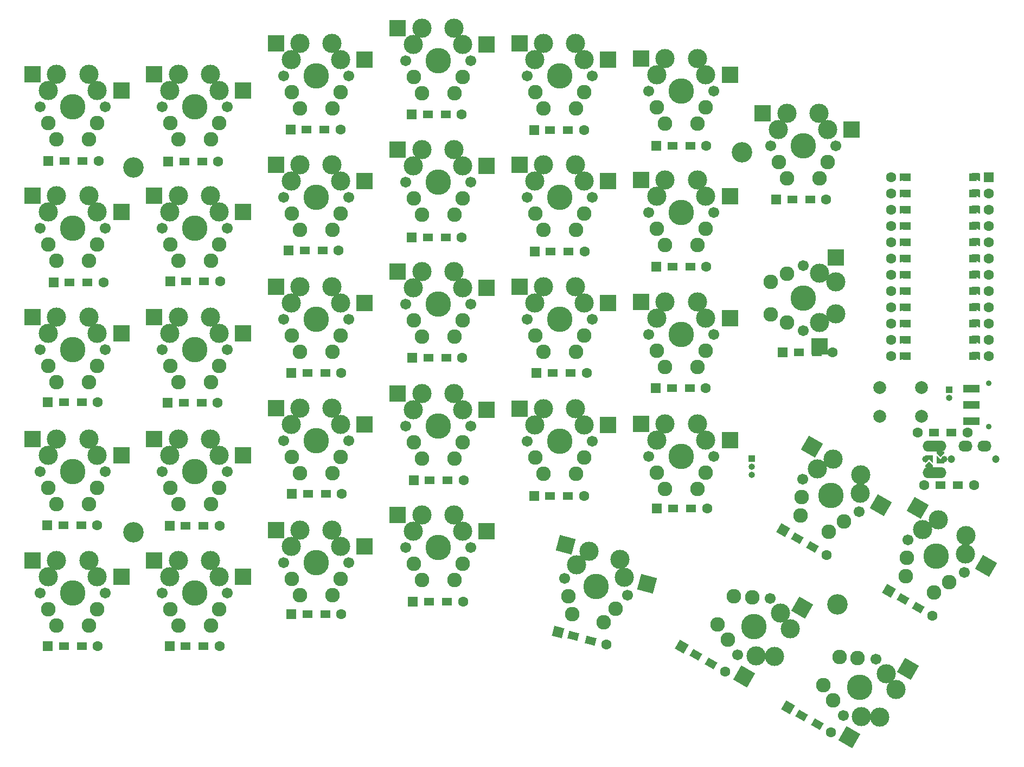
<source format=gts>
G04 #@! TF.GenerationSoftware,KiCad,Pcbnew,(6.0.11)*
G04 #@! TF.CreationDate,2023-02-13T19:32:05+01:00*
G04 #@! TF.ProjectId,neodox,6e656f64-6f78-42e6-9b69-6361645f7063,1.0*
G04 #@! TF.SameCoordinates,Original*
G04 #@! TF.FileFunction,Soldermask,Top*
G04 #@! TF.FilePolarity,Negative*
%FSLAX46Y46*%
G04 Gerber Fmt 4.6, Leading zero omitted, Abs format (unit mm)*
G04 Created by KiCad (PCBNEW (6.0.11)) date 2023-02-13 19:32:05*
%MOMM*%
%LPD*%
G01*
G04 APERTURE LIST*
G04 Aperture macros list*
%AMRotRect*
0 Rectangle, with rotation*
0 The origin of the aperture is its center*
0 $1 length*
0 $2 width*
0 $3 Rotation angle, in degrees counterclockwise*
0 Add horizontal line*
21,1,$1,$2,0,0,$3*%
%AMFreePoly0*
4,1,6,0.600000,0.200000,0.000000,-0.400000,-0.600000,0.200000,-0.600000,0.400000,0.600000,0.400000,0.600000,0.200000,0.600000,0.200000,$1*%
%AMFreePoly1*
4,1,6,0.600000,-0.250000,-0.600000,-0.250000,-0.600000,1.000000,0.000000,0.400000,0.600000,1.000000,0.600000,-0.250000,0.600000,-0.250000,$1*%
%AMFreePoly2*
4,1,6,0.600000,0.200000,0.000000,-0.400000,-0.600000,0.200000,-0.600000,0.500000,0.600000,0.500000,0.600000,0.200000,0.600000,0.200000,$1*%
G04 Aperture macros list end*
%ADD10C,0.100000*%
%ADD11C,3.000000*%
%ADD12C,3.987800*%
%ADD13C,1.701800*%
%ADD14C,2.286000*%
%ADD15RotRect,2.550000X2.500000X330.000000*%
%ADD16R,2.550000X2.500000*%
%ADD17R,1.600000X1.600000*%
%ADD18R,1.600000X1.200000*%
%ADD19C,1.600000*%
%ADD20RotRect,1.600000X1.600000X150.000000*%
%ADD21RotRect,1.600000X1.200000X150.000000*%
%ADD22FreePoly0,270.000000*%
%ADD23FreePoly0,90.000000*%
%ADD24FreePoly1,90.000000*%
%ADD25FreePoly1,270.000000*%
%ADD26C,0.900000*%
%ADD27R,2.500000X1.250000*%
%ADD28R,2.500000X2.550000*%
%ADD29R,1.000000X1.000000*%
%ADD30O,1.000000X1.000000*%
%ADD31RotRect,2.550000X2.500000X240.000000*%
%ADD32RotRect,2.550000X2.500000X345.000000*%
%ADD33C,2.000000*%
%ADD34C,3.200000*%
%ADD35R,1.500000X1.200000*%
%ADD36FreePoly2,180.000000*%
%ADD37C,1.200000*%
%ADD38FreePoly2,0.000000*%
%ADD39O,3.700000X1.700000*%
%ADD40FreePoly1,0.000000*%
%ADD41C,1.000000*%
%ADD42O,2.200000X1.700000*%
%ADD43FreePoly1,180.000000*%
%ADD44RotRect,1.600000X1.600000X165.000000*%
%ADD45RotRect,1.600000X1.200000X165.000000*%
G04 APERTURE END LIST*
G36*
X186494500Y-58677500D02*
G01*
X185478500Y-58677500D01*
X185478500Y-57661500D01*
X186494500Y-57661500D01*
X186494500Y-58677500D01*
G37*
D10*
X186494500Y-58677500D02*
X185478500Y-58677500D01*
X185478500Y-57661500D01*
X186494500Y-57661500D01*
X186494500Y-58677500D01*
G36*
X197594500Y-76377500D02*
G01*
X196578500Y-76377500D01*
X196578500Y-75361500D01*
X197594500Y-75361500D01*
X197594500Y-76377500D01*
G37*
X197594500Y-76377500D02*
X196578500Y-76377500D01*
X196578500Y-75361500D01*
X197594500Y-75361500D01*
X197594500Y-76377500D01*
G36*
X186494500Y-66297500D02*
G01*
X185478500Y-66297500D01*
X185478500Y-65281500D01*
X186494500Y-65281500D01*
X186494500Y-66297500D01*
G37*
X186494500Y-66297500D02*
X185478500Y-66297500D01*
X185478500Y-65281500D01*
X186494500Y-65281500D01*
X186494500Y-66297500D01*
G36*
X186494500Y-71377500D02*
G01*
X185478500Y-71377500D01*
X185478500Y-70361500D01*
X186494500Y-70361500D01*
X186494500Y-71377500D01*
G37*
X186494500Y-71377500D02*
X185478500Y-71377500D01*
X185478500Y-70361500D01*
X186494500Y-70361500D01*
X186494500Y-71377500D01*
G36*
X186494500Y-78997500D02*
G01*
X185478500Y-78997500D01*
X185478500Y-77981500D01*
X186494500Y-77981500D01*
X186494500Y-78997500D01*
G37*
X186494500Y-78997500D02*
X185478500Y-78997500D01*
X185478500Y-77981500D01*
X186494500Y-77981500D01*
X186494500Y-78997500D01*
G36*
X186494500Y-63757500D02*
G01*
X185478500Y-63757500D01*
X185478500Y-62741500D01*
X186494500Y-62741500D01*
X186494500Y-63757500D01*
G37*
X186494500Y-63757500D02*
X185478500Y-63757500D01*
X185478500Y-62741500D01*
X186494500Y-62741500D01*
X186494500Y-63757500D01*
G36*
X197594500Y-81457500D02*
G01*
X196578500Y-81457500D01*
X196578500Y-80441500D01*
X197594500Y-80441500D01*
X197594500Y-81457500D01*
G37*
X197594500Y-81457500D02*
X196578500Y-81457500D01*
X196578500Y-80441500D01*
X197594500Y-80441500D01*
X197594500Y-81457500D01*
G36*
X197594500Y-68757500D02*
G01*
X196578500Y-68757500D01*
X196578500Y-67741500D01*
X197594500Y-67741500D01*
X197594500Y-68757500D01*
G37*
X197594500Y-68757500D02*
X196578500Y-68757500D01*
X196578500Y-67741500D01*
X197594500Y-67741500D01*
X197594500Y-68757500D01*
G36*
X197594500Y-63677500D02*
G01*
X196578500Y-63677500D01*
X196578500Y-62661500D01*
X197594500Y-62661500D01*
X197594500Y-63677500D01*
G37*
X197594500Y-63677500D02*
X196578500Y-63677500D01*
X196578500Y-62661500D01*
X197594500Y-62661500D01*
X197594500Y-63677500D01*
G36*
X186494500Y-53597500D02*
G01*
X185478500Y-53597500D01*
X185478500Y-52581500D01*
X186494500Y-52581500D01*
X186494500Y-53597500D01*
G37*
X186494500Y-53597500D02*
X185478500Y-53597500D01*
X185478500Y-52581500D01*
X186494500Y-52581500D01*
X186494500Y-53597500D01*
G36*
X197594500Y-73837500D02*
G01*
X196578500Y-73837500D01*
X196578500Y-72821500D01*
X197594500Y-72821500D01*
X197594500Y-73837500D01*
G37*
X197594500Y-73837500D02*
X196578500Y-73837500D01*
X196578500Y-72821500D01*
X197594500Y-72821500D01*
X197594500Y-73837500D01*
G36*
X197594500Y-71297500D02*
G01*
X196578500Y-71297500D01*
X196578500Y-70281500D01*
X197594500Y-70281500D01*
X197594500Y-71297500D01*
G37*
X197594500Y-71297500D02*
X196578500Y-71297500D01*
X196578500Y-70281500D01*
X197594500Y-70281500D01*
X197594500Y-71297500D01*
G36*
X186494500Y-81537500D02*
G01*
X185478500Y-81537500D01*
X185478500Y-80521500D01*
X186494500Y-80521500D01*
X186494500Y-81537500D01*
G37*
X186494500Y-81537500D02*
X185478500Y-81537500D01*
X185478500Y-80521500D01*
X186494500Y-80521500D01*
X186494500Y-81537500D01*
G36*
X186494500Y-76457500D02*
G01*
X185478500Y-76457500D01*
X185478500Y-75441500D01*
X186494500Y-75441500D01*
X186494500Y-76457500D01*
G37*
X186494500Y-76457500D02*
X185478500Y-76457500D01*
X185478500Y-75441500D01*
X186494500Y-75441500D01*
X186494500Y-76457500D01*
G36*
X197594500Y-66217500D02*
G01*
X196578500Y-66217500D01*
X196578500Y-65201500D01*
X197594500Y-65201500D01*
X197594500Y-66217500D01*
G37*
X197594500Y-66217500D02*
X196578500Y-66217500D01*
X196578500Y-65201500D01*
X197594500Y-65201500D01*
X197594500Y-66217500D01*
G36*
X186494500Y-56137500D02*
G01*
X185478500Y-56137500D01*
X185478500Y-55121500D01*
X186494500Y-55121500D01*
X186494500Y-56137500D01*
G37*
X186494500Y-56137500D02*
X185478500Y-56137500D01*
X185478500Y-55121500D01*
X186494500Y-55121500D01*
X186494500Y-56137500D01*
G36*
X197594500Y-58597500D02*
G01*
X196578500Y-58597500D01*
X196578500Y-57581500D01*
X197594500Y-57581500D01*
X197594500Y-58597500D01*
G37*
X197594500Y-58597500D02*
X196578500Y-58597500D01*
X196578500Y-57581500D01*
X197594500Y-57581500D01*
X197594500Y-58597500D01*
G36*
X197594500Y-56057500D02*
G01*
X196578500Y-56057500D01*
X196578500Y-55041500D01*
X197594500Y-55041500D01*
X197594500Y-56057500D01*
G37*
X197594500Y-56057500D02*
X196578500Y-56057500D01*
X196578500Y-55041500D01*
X197594500Y-55041500D01*
X197594500Y-56057500D01*
G36*
X186494500Y-68837500D02*
G01*
X185478500Y-68837500D01*
X185478500Y-67821500D01*
X186494500Y-67821500D01*
X186494500Y-68837500D01*
G37*
X186494500Y-68837500D02*
X185478500Y-68837500D01*
X185478500Y-67821500D01*
X186494500Y-67821500D01*
X186494500Y-68837500D01*
G36*
X197594500Y-61137500D02*
G01*
X196578500Y-61137500D01*
X196578500Y-60121500D01*
X197594500Y-60121500D01*
X197594500Y-61137500D01*
G37*
X197594500Y-61137500D02*
X196578500Y-61137500D01*
X196578500Y-60121500D01*
X197594500Y-60121500D01*
X197594500Y-61137500D01*
G36*
X186494500Y-61217500D02*
G01*
X185478500Y-61217500D01*
X185478500Y-60201500D01*
X186494500Y-60201500D01*
X186494500Y-61217500D01*
G37*
X186494500Y-61217500D02*
X185478500Y-61217500D01*
X185478500Y-60201500D01*
X186494500Y-60201500D01*
X186494500Y-61217500D01*
G36*
X186494500Y-73917500D02*
G01*
X185478500Y-73917500D01*
X185478500Y-72901500D01*
X186494500Y-72901500D01*
X186494500Y-73917500D01*
G37*
X186494500Y-73917500D02*
X185478500Y-73917500D01*
X185478500Y-72901500D01*
X186494500Y-72901500D01*
X186494500Y-73917500D01*
G36*
X197594500Y-53517500D02*
G01*
X196578500Y-53517500D01*
X196578500Y-52501500D01*
X197594500Y-52501500D01*
X197594500Y-53517500D01*
G37*
X197594500Y-53517500D02*
X196578500Y-53517500D01*
X196578500Y-52501500D01*
X197594500Y-52501500D01*
X197594500Y-53517500D01*
G36*
X197594500Y-78917500D02*
G01*
X196578500Y-78917500D01*
X196578500Y-77901500D01*
X197594500Y-77901500D01*
X197594500Y-78917500D01*
G37*
X197594500Y-78917500D02*
X196578500Y-78917500D01*
X196578500Y-77901500D01*
X197594500Y-77901500D01*
X197594500Y-78917500D01*
D11*
X179069557Y-102505295D03*
X172418482Y-98665295D03*
D12*
X174500000Y-102800000D03*
D13*
X170100591Y-100260000D03*
D11*
X174840295Y-97130591D03*
D13*
X178899409Y-105340000D03*
D11*
X179187743Y-99640591D03*
D14*
X169930443Y-103094705D03*
D15*
X171592700Y-95255591D03*
D14*
X169760295Y-105929409D03*
X176529557Y-106904705D03*
D15*
X182317152Y-104380295D03*
D14*
X174159705Y-108469409D03*
D11*
X117010000Y-51380000D03*
X109330000Y-51380000D03*
D12*
X113200000Y-53920000D03*
D13*
X108120000Y-53920000D03*
D11*
X110660000Y-48840000D03*
D13*
X118280000Y-53920000D03*
D11*
X115680000Y-48840000D03*
D14*
X109390000Y-56460000D03*
D16*
X106910000Y-48840000D03*
D14*
X110660000Y-59000000D03*
X117010000Y-56460000D03*
D16*
X120760000Y-51380000D03*
D14*
X115740000Y-59000000D03*
D17*
X128300000Y-64700000D03*
D18*
X130800000Y-64700000D03*
D19*
X136100000Y-64700000D03*
D18*
X133600000Y-64700000D03*
D20*
X167110101Y-108250000D03*
D21*
X169275164Y-109500000D03*
D19*
X173865099Y-112150000D03*
D21*
X171700036Y-110900000D03*
D20*
X167822501Y-135950000D03*
D21*
X169987564Y-137200000D03*
D19*
X174577499Y-139850000D03*
D21*
X172412436Y-138600000D03*
D17*
X109200000Y-81300000D03*
D18*
X111700000Y-81300000D03*
D19*
X117000000Y-81300000D03*
D18*
X114500000Y-81300000D03*
D22*
X197394500Y-60737500D03*
X197394500Y-81057500D03*
X197394500Y-68357500D03*
D19*
X183932500Y-58197500D03*
D23*
X185710500Y-55657500D03*
D22*
X197394500Y-65817500D03*
D19*
X199172500Y-58197500D03*
X199172500Y-75977500D03*
D22*
X197394500Y-58197500D03*
D19*
X199172500Y-78517500D03*
D17*
X199172500Y-53117500D03*
D19*
X183932500Y-78517500D03*
D22*
X197394500Y-55657500D03*
D23*
X185710500Y-65817500D03*
X185710500Y-60737500D03*
D19*
X183932500Y-55657500D03*
D22*
X197394500Y-75977500D03*
D19*
X199172500Y-70897500D03*
X199172500Y-63277500D03*
D23*
X185710500Y-70897500D03*
X185710500Y-63277500D03*
D19*
X183932500Y-60737500D03*
X199172500Y-73437500D03*
X199172500Y-68357500D03*
X199172500Y-81057500D03*
D22*
X197394500Y-73437500D03*
D19*
X199172500Y-65817500D03*
D22*
X197394500Y-70897500D03*
D19*
X199172500Y-55657500D03*
D23*
X185710500Y-73437500D03*
D19*
X183932500Y-81057500D03*
D22*
X197394500Y-63277500D03*
D19*
X183932500Y-63277500D03*
X199172500Y-60737500D03*
X183932500Y-70897500D03*
X183932500Y-53117500D03*
X183932500Y-75977500D03*
X183932500Y-68357500D03*
D23*
X185710500Y-78517500D03*
X185710500Y-75977500D03*
D22*
X197394500Y-78517500D03*
D19*
X183932500Y-65817500D03*
X183932500Y-73437500D03*
D23*
X185710500Y-81057500D03*
D22*
X197394500Y-53117500D03*
D23*
X185710500Y-53117500D03*
X185710500Y-58197500D03*
X185710500Y-68357500D03*
D19*
X199172500Y-53117500D03*
D24*
X186726500Y-53117500D03*
X186726500Y-55657500D03*
X186726500Y-58197500D03*
X186726500Y-60737500D03*
X186726500Y-63277500D03*
X186726500Y-65817500D03*
X186726500Y-68357500D03*
X186726500Y-70897500D03*
X186726500Y-73437500D03*
X186726500Y-75977500D03*
X186726500Y-78517500D03*
X186726500Y-81057500D03*
D25*
X196378500Y-81057500D03*
X196378500Y-78517500D03*
X196378500Y-75977500D03*
X196378500Y-73437500D03*
X196378500Y-70897500D03*
X196378500Y-68357500D03*
X196378500Y-65817500D03*
X196378500Y-63277500D03*
X196378500Y-60737500D03*
X196378500Y-58197500D03*
X196378500Y-55657500D03*
X196378500Y-53117500D03*
D17*
X109100000Y-43300000D03*
D18*
X111600000Y-43300000D03*
D19*
X116900000Y-43300000D03*
D18*
X114400000Y-43300000D03*
D11*
X98010000Y-91760000D03*
X90330000Y-91760000D03*
D12*
X94200000Y-94300000D03*
D13*
X89120000Y-94300000D03*
D11*
X91660000Y-89220000D03*
D13*
X99280000Y-94300000D03*
D11*
X96680000Y-89220000D03*
D14*
X90390000Y-96840000D03*
D16*
X87910000Y-89220000D03*
D14*
X91660000Y-99380000D03*
X98010000Y-96840000D03*
D16*
X101760000Y-91760000D03*
D14*
X96740000Y-99380000D03*
D11*
X79010000Y-58560000D03*
X71330000Y-58560000D03*
D12*
X75200000Y-61100000D03*
D13*
X70120000Y-61100000D03*
D11*
X72660000Y-56020000D03*
D13*
X80280000Y-61100000D03*
D11*
X77680000Y-56020000D03*
D14*
X71390000Y-63640000D03*
D16*
X68910000Y-56020000D03*
D14*
X72660000Y-66180000D03*
X79010000Y-63640000D03*
D16*
X82760000Y-58560000D03*
D14*
X77740000Y-66180000D03*
D17*
X128200000Y-102900000D03*
D18*
X130700000Y-102900000D03*
D19*
X136000000Y-102900000D03*
D18*
X133500000Y-102900000D03*
D17*
X52300000Y-88300000D03*
D18*
X54800000Y-88300000D03*
D19*
X60100000Y-88300000D03*
D18*
X57600000Y-88300000D03*
D11*
X136010000Y-72760000D03*
X128330000Y-72760000D03*
D12*
X132200000Y-75300000D03*
D13*
X127120000Y-75300000D03*
D11*
X129660000Y-70220000D03*
D13*
X137280000Y-75300000D03*
D11*
X134680000Y-70220000D03*
D14*
X128390000Y-77840000D03*
D16*
X125910000Y-70220000D03*
D14*
X129660000Y-80380000D03*
X136010000Y-77840000D03*
D16*
X139760000Y-72760000D03*
D14*
X134740000Y-80380000D03*
D26*
X199200000Y-85300000D03*
X199200000Y-92100000D03*
D27*
X196450000Y-91200000D03*
X196450000Y-88700000D03*
X196450000Y-86200000D03*
D11*
X172740000Y-75810000D03*
X172740000Y-68130000D03*
D12*
X170200000Y-72000000D03*
D13*
X170200000Y-66920000D03*
D11*
X175280000Y-69460000D03*
D13*
X170200000Y-77080000D03*
D11*
X175280000Y-74480000D03*
D14*
X167660000Y-68190000D03*
D28*
X175280000Y-65710000D03*
D14*
X165120000Y-69460000D03*
X167660000Y-75810000D03*
D28*
X172740000Y-79560000D03*
D14*
X165120000Y-74540000D03*
D11*
X195524057Y-112005295D03*
X188872982Y-108165295D03*
D12*
X190954500Y-112300000D03*
D13*
X186555091Y-109760000D03*
D11*
X191294795Y-106630591D03*
D13*
X195353909Y-114840000D03*
D11*
X195642243Y-109140591D03*
D14*
X186384943Y-112594705D03*
D15*
X188047200Y-104755591D03*
D14*
X186214795Y-115429409D03*
X192984057Y-116404705D03*
D15*
X198771652Y-113880295D03*
D14*
X190614205Y-117969409D03*
D17*
X147400000Y-104900000D03*
D18*
X149900000Y-104900000D03*
D19*
X155200000Y-104900000D03*
D18*
X152700000Y-104900000D03*
D11*
X155010000Y-94160000D03*
X147330000Y-94160000D03*
D12*
X151200000Y-96700000D03*
D13*
X146120000Y-96700000D03*
D11*
X148660000Y-91620000D03*
D13*
X156280000Y-96700000D03*
D11*
X153680000Y-91620000D03*
D14*
X147390000Y-99240000D03*
D16*
X144910000Y-91620000D03*
D14*
X148660000Y-101780000D03*
X155010000Y-99240000D03*
D16*
X158760000Y-94160000D03*
D14*
X153740000Y-101780000D03*
D17*
X71000000Y-88400000D03*
D18*
X73500000Y-88400000D03*
D19*
X78800000Y-88400000D03*
D18*
X76300000Y-88400000D03*
D17*
X71292900Y-126400000D03*
D18*
X73792900Y-126400000D03*
D19*
X79092900Y-126400000D03*
D18*
X76592900Y-126400000D03*
D20*
X151265101Y-126450000D03*
D21*
X153430164Y-127700000D03*
D19*
X158020099Y-130350000D03*
D21*
X155855036Y-129100000D03*
D11*
X60010000Y-39560000D03*
X52330000Y-39560000D03*
D12*
X56200000Y-42100000D03*
D13*
X51120000Y-42100000D03*
D11*
X53660000Y-37020000D03*
D13*
X61280000Y-42100000D03*
D11*
X58680000Y-37020000D03*
D14*
X52390000Y-44640000D03*
D16*
X49910000Y-37020000D03*
D14*
X53660000Y-47180000D03*
X60010000Y-44640000D03*
D16*
X63760000Y-39560000D03*
D14*
X58740000Y-47180000D03*
D11*
X136010000Y-53740000D03*
X128330000Y-53740000D03*
D12*
X132200000Y-56280000D03*
D13*
X127120000Y-56280000D03*
D11*
X129660000Y-51200000D03*
D13*
X137280000Y-56280000D03*
D11*
X134680000Y-51200000D03*
D14*
X128390000Y-58820000D03*
D16*
X125910000Y-51200000D03*
D14*
X129660000Y-61360000D03*
X136010000Y-58820000D03*
D16*
X139760000Y-53740000D03*
D14*
X134740000Y-61360000D03*
D17*
X109100000Y-62500000D03*
D18*
X111600000Y-62500000D03*
D19*
X116900000Y-62500000D03*
D18*
X114400000Y-62500000D03*
D17*
X71100000Y-50700000D03*
D18*
X73600000Y-50700000D03*
D19*
X78900000Y-50700000D03*
D18*
X76400000Y-50700000D03*
D11*
X174010000Y-45660000D03*
X166330000Y-45660000D03*
D12*
X170200000Y-48200000D03*
D13*
X165120000Y-48200000D03*
D11*
X167660000Y-43120000D03*
D13*
X175280000Y-48200000D03*
D11*
X172680000Y-43120000D03*
D14*
X166390000Y-50740000D03*
D16*
X163910000Y-43120000D03*
D14*
X167660000Y-53280000D03*
X174010000Y-50740000D03*
D16*
X177760000Y-45660000D03*
D14*
X172740000Y-53280000D03*
D11*
X60010000Y-77560000D03*
X52330000Y-77560000D03*
D12*
X56200000Y-80100000D03*
D13*
X51120000Y-80100000D03*
D11*
X53660000Y-75020000D03*
D13*
X61280000Y-80100000D03*
D11*
X58680000Y-75020000D03*
D14*
X52390000Y-82640000D03*
D16*
X49910000Y-75020000D03*
D14*
X53660000Y-85180000D03*
X60010000Y-82640000D03*
D16*
X63760000Y-77560000D03*
D14*
X58740000Y-85180000D03*
D17*
X167000000Y-80500000D03*
D18*
X169500000Y-80500000D03*
D19*
X174800000Y-80500000D03*
D18*
X172300000Y-80500000D03*
D17*
X71300000Y-107600000D03*
D18*
X73800000Y-107600000D03*
D19*
X79100000Y-107600000D03*
D18*
X76600000Y-107600000D03*
D29*
X193000000Y-86350000D03*
D30*
X193000000Y-87620000D03*
D11*
X136010000Y-91840000D03*
X128330000Y-91840000D03*
D12*
X132200000Y-94380000D03*
D13*
X127120000Y-94380000D03*
D11*
X129660000Y-89300000D03*
D13*
X137280000Y-94380000D03*
D11*
X134680000Y-89300000D03*
D14*
X128390000Y-96920000D03*
D16*
X125910000Y-89300000D03*
D14*
X129660000Y-99460000D03*
X136010000Y-96920000D03*
D16*
X139760000Y-91840000D03*
D14*
X134740000Y-99460000D03*
D11*
X162831605Y-127864557D03*
X166671605Y-121213482D03*
D12*
X162536900Y-123295000D03*
D13*
X165076900Y-118895591D03*
D11*
X168206309Y-123635295D03*
D13*
X159996900Y-127694409D03*
D11*
X165696309Y-127982743D03*
D14*
X162242195Y-118725443D03*
D31*
X170081309Y-120387700D03*
D14*
X159407491Y-118555295D03*
X158432195Y-125324557D03*
D31*
X160956605Y-131112152D03*
D14*
X156867491Y-122954705D03*
D11*
X117010000Y-32360000D03*
X109330000Y-32360000D03*
D12*
X113200000Y-34900000D03*
D13*
X108120000Y-34900000D03*
D11*
X110660000Y-29820000D03*
D13*
X118280000Y-34900000D03*
D11*
X115680000Y-29820000D03*
D14*
X109390000Y-37440000D03*
D16*
X106910000Y-29820000D03*
D14*
X110660000Y-39980000D03*
X117010000Y-37440000D03*
D16*
X120760000Y-32360000D03*
D14*
X115740000Y-39980000D03*
D29*
X162200000Y-97060000D03*
D30*
X162200000Y-98330000D03*
X162200000Y-99600000D03*
D20*
X183610101Y-117750000D03*
D21*
X185775164Y-119000000D03*
D19*
X190365099Y-121650000D03*
D21*
X188200036Y-120400000D03*
D17*
X90292900Y-121400000D03*
D18*
X92792900Y-121400000D03*
D19*
X98092900Y-121400000D03*
D18*
X95592900Y-121400000D03*
D17*
X128600000Y-83700000D03*
D18*
X131100000Y-83700000D03*
D19*
X136400000Y-83700000D03*
D18*
X133900000Y-83700000D03*
D17*
X71400000Y-69400000D03*
D18*
X73900000Y-69400000D03*
D19*
X79200000Y-69400000D03*
D18*
X76700000Y-69400000D03*
D11*
X79010000Y-96560000D03*
X71330000Y-96560000D03*
D12*
X75200000Y-99100000D03*
D13*
X70120000Y-99100000D03*
D11*
X72660000Y-94020000D03*
D13*
X80280000Y-99100000D03*
D11*
X77680000Y-94020000D03*
D14*
X71390000Y-101640000D03*
D16*
X68910000Y-94020000D03*
D14*
X72660000Y-104180000D03*
X79010000Y-101640000D03*
D16*
X82760000Y-96560000D03*
D14*
X77740000Y-104180000D03*
D11*
X98010000Y-110760000D03*
X90330000Y-110760000D03*
D12*
X94200000Y-113300000D03*
D13*
X89120000Y-113300000D03*
D11*
X91660000Y-108220000D03*
D13*
X99280000Y-113300000D03*
D11*
X96680000Y-108220000D03*
D14*
X90390000Y-115840000D03*
D16*
X87910000Y-108220000D03*
D14*
X91660000Y-118380000D03*
X98010000Y-115840000D03*
D16*
X101760000Y-110760000D03*
D14*
X96740000Y-118380000D03*
D17*
X53200000Y-69600000D03*
D18*
X55700000Y-69600000D03*
D19*
X61000000Y-69600000D03*
D18*
X58500000Y-69600000D03*
D11*
X79010000Y-39560000D03*
X71330000Y-39560000D03*
D12*
X75200000Y-42100000D03*
D13*
X70120000Y-42100000D03*
D11*
X72660000Y-37020000D03*
D13*
X80280000Y-42100000D03*
D11*
X77680000Y-37020000D03*
D14*
X71390000Y-44640000D03*
D16*
X68910000Y-37020000D03*
D14*
X72660000Y-47180000D03*
X79010000Y-44640000D03*
D16*
X82760000Y-39560000D03*
D14*
X77740000Y-47180000D03*
D17*
X147200000Y-86100000D03*
D18*
X149700000Y-86100000D03*
D19*
X155000000Y-86100000D03*
D18*
X152500000Y-86100000D03*
D11*
X155010000Y-75160000D03*
X147330000Y-75160000D03*
D12*
X151200000Y-77700000D03*
D13*
X146120000Y-77700000D03*
D11*
X148660000Y-72620000D03*
D13*
X156280000Y-77700000D03*
D11*
X153680000Y-72620000D03*
D14*
X147390000Y-80240000D03*
D16*
X144910000Y-72620000D03*
D14*
X148660000Y-82780000D03*
X155010000Y-80240000D03*
D16*
X158760000Y-75160000D03*
D14*
X153740000Y-82780000D03*
D17*
X109292900Y-119400000D03*
D18*
X111792900Y-119400000D03*
D19*
X117092900Y-119400000D03*
D18*
X114592900Y-119400000D03*
D11*
X142237578Y-115632649D03*
X134819267Y-113644919D03*
D12*
X137900000Y-117100000D03*
D13*
X132993097Y-115785199D03*
D11*
X136761349Y-111535696D03*
D13*
X142806903Y-118414801D03*
D11*
X141610297Y-112834968D03*
D14*
X133562422Y-118567351D03*
D32*
X133139127Y-110565125D03*
D14*
X134131748Y-121349503D03*
X140922777Y-120539552D03*
D32*
X145859800Y-116603220D03*
D14*
X139038651Y-122664304D03*
D11*
X60010000Y-96560000D03*
X52330000Y-96560000D03*
D12*
X56200000Y-99100000D03*
D13*
X51120000Y-99100000D03*
D11*
X53660000Y-94020000D03*
D13*
X61280000Y-99100000D03*
D11*
X58680000Y-94020000D03*
D14*
X52390000Y-101640000D03*
D16*
X49910000Y-94020000D03*
D14*
X53660000Y-104180000D03*
X60010000Y-101640000D03*
D16*
X63760000Y-96560000D03*
D14*
X58740000Y-104180000D03*
D11*
X98010000Y-72760000D03*
X90330000Y-72760000D03*
D12*
X94200000Y-75300000D03*
D13*
X89120000Y-75300000D03*
D11*
X91660000Y-70220000D03*
D13*
X99280000Y-75300000D03*
D11*
X96680000Y-70220000D03*
D14*
X90390000Y-77840000D03*
D16*
X87910000Y-70220000D03*
D14*
X91660000Y-80380000D03*
X98010000Y-77840000D03*
D16*
X101760000Y-72760000D03*
D14*
X96740000Y-80380000D03*
D11*
X136010000Y-34740000D03*
X128330000Y-34740000D03*
D12*
X132200000Y-37280000D03*
D13*
X127120000Y-37280000D03*
D11*
X129660000Y-32200000D03*
D13*
X137280000Y-37280000D03*
D11*
X134680000Y-32200000D03*
D14*
X128390000Y-39820000D03*
D16*
X125910000Y-32200000D03*
D14*
X129660000Y-42360000D03*
X136010000Y-39820000D03*
D16*
X139760000Y-34740000D03*
D14*
X134740000Y-42360000D03*
D33*
X182150000Y-85950000D03*
X188650000Y-85950000D03*
X188650000Y-90450000D03*
X182150000Y-90450000D03*
D17*
X52200000Y-107500000D03*
D18*
X54700000Y-107500000D03*
D19*
X60000000Y-107500000D03*
D18*
X57500000Y-107500000D03*
D17*
X52300000Y-126400000D03*
D18*
X54800000Y-126400000D03*
D19*
X60100000Y-126400000D03*
D18*
X57600000Y-126400000D03*
D17*
X147300000Y-67100000D03*
D18*
X149800000Y-67100000D03*
D19*
X155100000Y-67100000D03*
D18*
X152600000Y-67100000D03*
D34*
X175563300Y-119831700D03*
D11*
X155010000Y-37160000D03*
X147330000Y-37160000D03*
D12*
X151200000Y-39700000D03*
D13*
X146120000Y-39700000D03*
D11*
X148660000Y-34620000D03*
D13*
X156280000Y-39700000D03*
D11*
X153680000Y-34620000D03*
D14*
X147390000Y-42240000D03*
D16*
X144910000Y-34620000D03*
D14*
X148660000Y-44780000D03*
X155010000Y-42240000D03*
D16*
X158760000Y-37160000D03*
D14*
X153740000Y-44780000D03*
D17*
X166000000Y-56600000D03*
D18*
X168500000Y-56600000D03*
D19*
X173800000Y-56600000D03*
D18*
X171300000Y-56600000D03*
D19*
X196900000Y-101200000D03*
D35*
X194350000Y-101200000D03*
X191650000Y-101200000D03*
D19*
X189100000Y-101200000D03*
D11*
X117010000Y-89460000D03*
X109330000Y-89460000D03*
D12*
X113200000Y-92000000D03*
D13*
X108120000Y-92000000D03*
D11*
X110660000Y-86920000D03*
D13*
X118280000Y-92000000D03*
D11*
X115680000Y-86920000D03*
D14*
X109390000Y-94540000D03*
D16*
X106910000Y-86920000D03*
D14*
X110660000Y-97080000D03*
X117010000Y-94540000D03*
D16*
X120760000Y-89460000D03*
D14*
X115740000Y-97080000D03*
D34*
X65687900Y-51587100D03*
D17*
X109400000Y-100500000D03*
D18*
X111900000Y-100500000D03*
D19*
X117200000Y-100500000D03*
D18*
X114700000Y-100500000D03*
D34*
X160687900Y-49212100D03*
D11*
X98010000Y-34760000D03*
X90330000Y-34760000D03*
D12*
X94200000Y-37300000D03*
D13*
X89120000Y-37300000D03*
D11*
X91660000Y-32220000D03*
D13*
X99280000Y-37300000D03*
D11*
X96680000Y-32220000D03*
D14*
X90390000Y-39840000D03*
D16*
X87910000Y-32220000D03*
D14*
X91660000Y-42380000D03*
X98010000Y-39840000D03*
D16*
X101760000Y-34760000D03*
D14*
X96740000Y-42380000D03*
D11*
X60010000Y-58560000D03*
X52330000Y-58560000D03*
D12*
X56200000Y-61100000D03*
D13*
X51120000Y-61100000D03*
D11*
X53660000Y-56020000D03*
D13*
X61280000Y-61100000D03*
D11*
X58680000Y-56020000D03*
D14*
X52390000Y-63640000D03*
D16*
X49910000Y-56020000D03*
D14*
X53660000Y-66180000D03*
X60010000Y-63640000D03*
D16*
X63760000Y-58560000D03*
D14*
X58740000Y-66180000D03*
D36*
X189856000Y-97900000D03*
D37*
X200294000Y-97200000D03*
D38*
X191634000Y-96500000D03*
D39*
X190744000Y-95100000D03*
D37*
X193294000Y-97200000D03*
X193294000Y-97200000D03*
D39*
X190744000Y-99300000D03*
D37*
X200294000Y-97200000D03*
D40*
X191634000Y-97600000D03*
D41*
X192194000Y-97200000D03*
D42*
X195494000Y-95100000D03*
X198494000Y-95100000D03*
D41*
X189256000Y-97200000D03*
D43*
X189856000Y-96800000D03*
D11*
X155010000Y-56120000D03*
X147330000Y-56120000D03*
D12*
X151200000Y-58660000D03*
D13*
X146120000Y-58660000D03*
D11*
X148660000Y-53580000D03*
D13*
X156280000Y-58660000D03*
D11*
X153680000Y-53580000D03*
D14*
X147390000Y-61200000D03*
D16*
X144910000Y-53580000D03*
D14*
X148660000Y-63740000D03*
X155010000Y-61200000D03*
D16*
X158760000Y-56120000D03*
D14*
X153740000Y-63740000D03*
D17*
X90200000Y-45700000D03*
D18*
X92700000Y-45700000D03*
D19*
X98000000Y-45700000D03*
D18*
X95500000Y-45700000D03*
D44*
X131932889Y-124140606D03*
D45*
X134347704Y-124787653D03*
D19*
X139467111Y-126159394D03*
D45*
X137052296Y-125512347D03*
D11*
X79010000Y-77560000D03*
X71330000Y-77560000D03*
D12*
X75200000Y-80100000D03*
D13*
X70120000Y-80100000D03*
D11*
X72660000Y-75020000D03*
D13*
X80280000Y-80100000D03*
D11*
X77680000Y-75020000D03*
D14*
X71390000Y-82640000D03*
D16*
X68910000Y-75020000D03*
D14*
X72660000Y-85180000D03*
X79010000Y-82640000D03*
D16*
X82760000Y-77560000D03*
D14*
X77740000Y-85180000D03*
D17*
X128200000Y-45800000D03*
D18*
X130700000Y-45800000D03*
D19*
X136000000Y-45800000D03*
D18*
X133500000Y-45800000D03*
D17*
X89900000Y-64600000D03*
D18*
X92400000Y-64600000D03*
D19*
X97700000Y-64600000D03*
D18*
X95200000Y-64600000D03*
D17*
X90400000Y-102600000D03*
D18*
X92900000Y-102600000D03*
D19*
X98200000Y-102600000D03*
D18*
X95700000Y-102600000D03*
D17*
X147300000Y-48200000D03*
D18*
X149800000Y-48200000D03*
D19*
X155100000Y-48200000D03*
D18*
X152600000Y-48200000D03*
D11*
X117010000Y-108460000D03*
X109330000Y-108460000D03*
D12*
X113200000Y-111000000D03*
D13*
X108120000Y-111000000D03*
D11*
X110660000Y-105920000D03*
D13*
X118280000Y-111000000D03*
D11*
X115680000Y-105920000D03*
D14*
X109390000Y-113540000D03*
D16*
X106910000Y-105920000D03*
D14*
X110660000Y-116080000D03*
X117010000Y-113540000D03*
D16*
X120760000Y-108460000D03*
D14*
X115740000Y-116080000D03*
D11*
X117010000Y-70380000D03*
X109330000Y-70380000D03*
D12*
X113200000Y-72920000D03*
D13*
X108120000Y-72920000D03*
D11*
X110660000Y-67840000D03*
D13*
X118280000Y-72920000D03*
D11*
X115680000Y-67840000D03*
D14*
X109390000Y-75460000D03*
D16*
X106910000Y-67840000D03*
D14*
X110660000Y-78000000D03*
X117010000Y-75460000D03*
D16*
X120760000Y-70380000D03*
D14*
X115740000Y-78000000D03*
D11*
X98010000Y-53760000D03*
X90330000Y-53760000D03*
D12*
X94200000Y-56300000D03*
D13*
X89120000Y-56300000D03*
D11*
X91660000Y-51220000D03*
D13*
X99280000Y-56300000D03*
D11*
X96680000Y-51220000D03*
D14*
X90390000Y-58840000D03*
D16*
X87910000Y-51220000D03*
D14*
X91660000Y-61380000D03*
X98010000Y-58840000D03*
D16*
X101760000Y-53760000D03*
D14*
X96740000Y-61380000D03*
D17*
X90300000Y-83700000D03*
D18*
X92800000Y-83700000D03*
D19*
X98100000Y-83700000D03*
D18*
X95600000Y-83700000D03*
D34*
X65697900Y-108577100D03*
D11*
X79010000Y-115560000D03*
X71330000Y-115560000D03*
D12*
X75200000Y-118100000D03*
D13*
X70120000Y-118100000D03*
D11*
X72660000Y-113020000D03*
D13*
X80280000Y-118100000D03*
D11*
X77680000Y-113020000D03*
D14*
X71390000Y-120640000D03*
D16*
X68910000Y-113020000D03*
D14*
X72660000Y-123180000D03*
X79010000Y-120640000D03*
D16*
X82760000Y-115560000D03*
D14*
X77740000Y-123180000D03*
D11*
X179294705Y-137369557D03*
X183134705Y-130718482D03*
D12*
X179000000Y-132800000D03*
D13*
X181540000Y-128400591D03*
D11*
X184669409Y-133140295D03*
D13*
X176460000Y-137199409D03*
D11*
X182159409Y-137487743D03*
D14*
X178705295Y-128230443D03*
D31*
X186544409Y-129892700D03*
D14*
X175870591Y-128060295D03*
X174895295Y-134829557D03*
D31*
X177419705Y-140617152D03*
D14*
X173330591Y-132459705D03*
D19*
X195900000Y-93000000D03*
D35*
X193350000Y-93000000D03*
X190650000Y-93000000D03*
D19*
X188100000Y-93000000D03*
D11*
X60010000Y-115560000D03*
X52330000Y-115560000D03*
D12*
X56200000Y-118100000D03*
D13*
X51120000Y-118100000D03*
D11*
X53660000Y-113020000D03*
D13*
X61280000Y-118100000D03*
D11*
X58680000Y-113020000D03*
D14*
X52390000Y-120640000D03*
D16*
X49910000Y-113020000D03*
D14*
X53660000Y-123180000D03*
X60010000Y-120640000D03*
D16*
X63760000Y-115560000D03*
D14*
X58740000Y-123180000D03*
D17*
X52400000Y-50600000D03*
D18*
X54900000Y-50600000D03*
D19*
X60200000Y-50600000D03*
D18*
X57700000Y-50600000D03*
M02*

</source>
